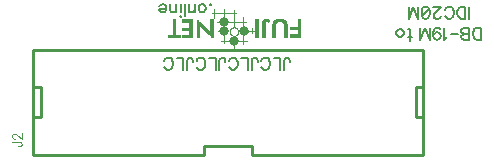
<source format=gbr>
G04 DipTrace 3.3.1.3*
G04 TopSilk.gbr*
%MOIN*%
G04 #@! TF.FileFunction,Legend,Top*
G04 #@! TF.Part,Single*
%ADD10C,0.009843*%
%ADD12C,0.003*%
%ADD18C,0.003937*%
%ADD19O,0.032613X0.032485*%
%ADD20C,0.032568*%
%ADD35C,0.004632*%
%ADD36C,0.006176*%
%FSLAX26Y26*%
G04*
G70*
G90*
G75*
G01*
G04 TopSilk*
%LPD*%
X1943719Y543651D2*
D10*
X1919019D1*
Y643751D2*
Y543651D1*
X1943719Y643751D2*
X1919019D1*
X668419Y543651D2*
X643719D1*
X668419Y643751D2*
Y543651D1*
Y643751D2*
X643719D1*
Y768701D2*
Y418701D1*
X1943719Y768701D2*
Y418701D1*
Y768701D2*
X643719D1*
X1374319Y448801D2*
Y418701D1*
Y448801D2*
X1213119D1*
Y418701D1*
X1943719D2*
X1374319D1*
X1213119D2*
X643719D1*
X1281309Y829403D2*
D18*
X1260020Y829542D1*
X1357723Y797168D2*
X1271434D1*
X1344315Y789296D2*
Y876620D1*
X1312971Y767205D2*
Y807534D1*
X1281082Y789449D2*
Y905792D1*
X1318859Y892183D2*
X1238459D1*
X1312835Y844828D2*
X1312971Y900138D1*
X1248243Y874970D2*
Y905792D1*
X1257710Y861098D2*
X1353012D1*
X1379283Y829375D2*
X1344542Y829251D1*
D19*
X1344995Y829389D3*
D20*
X1281196Y829500D3*
X1313038Y797043D3*
X1281286Y861791D3*
X1299291Y829202D2*
D18*
X1299325Y830187D1*
X1299426Y831167D1*
X1299594Y832137D1*
X1299828Y833093D1*
X1300127Y834030D1*
X1300490Y834943D1*
X1300914Y835829D1*
X1301397Y836682D1*
X1301938Y837499D1*
X1302534Y838275D1*
X1303181Y839007D1*
X1303877Y839692D1*
X1304618Y840325D1*
X1305401Y840904D1*
X1306221Y841426D1*
X1307076Y841889D1*
X1307960Y842289D1*
X1308869Y842626D1*
X1309799Y842898D1*
X1310745Y843103D1*
X1311703Y843240D1*
X1312668Y843309D1*
X1313635D1*
X1314601Y843240D1*
X1315559Y843103D1*
X1316505Y842898D1*
X1317435Y842626D1*
X1318344Y842289D1*
X1319228Y841889D1*
X1320082Y841426D1*
X1320902Y840904D1*
X1321685Y840325D1*
X1322426Y839692D1*
X1323122Y839007D1*
X1323769Y838275D1*
X1324365Y837499D1*
X1324906Y836682D1*
X1325390Y835829D1*
X1325814Y834943D1*
X1326176Y834030D1*
X1326475Y833093D1*
X1326709Y832137D1*
X1326877Y831167D1*
X1326978Y830187D1*
X1327012Y829202D1*
X1326978Y828217D1*
X1326877Y827238D1*
X1326709Y826267D1*
X1326475Y825311D1*
X1326176Y824374D1*
X1325814Y823461D1*
X1325390Y822575D1*
X1324906Y821722D1*
X1324365Y820905D1*
X1323769Y820129D1*
X1323122Y819397D1*
X1322426Y818713D1*
X1321685Y818079D1*
X1320902Y817500D1*
X1320082Y816978D1*
X1319228Y816516D1*
X1318344Y816115D1*
X1317435Y815778D1*
X1316505Y815506D1*
X1315559Y815301D1*
X1314601Y815164D1*
X1313635Y815096D1*
X1312668D1*
X1311703Y815164D1*
X1310745Y815301D1*
X1309799Y815506D1*
X1308869Y815778D1*
X1307960Y816115D1*
X1307076Y816516D1*
X1306221Y816978D1*
X1305401Y817500D1*
X1304618Y818079D1*
X1303877Y818713D1*
X1303181Y819397D1*
X1302534Y820129D1*
X1301938Y820905D1*
X1301397Y821722D1*
X1300914Y822575D1*
X1300490Y823461D1*
X1300127Y824374D1*
X1299828Y825311D1*
X1299594Y826267D1*
X1299426Y827238D1*
X1299325Y828217D1*
X1299291Y829202D1*
X1374482Y823028D2*
Y839977D1*
X1109099Y869410D2*
D12*
X1118099D1*
X1140599D2*
X1173599D1*
X1233599D2*
X1242599D1*
X1109099Y867910D2*
X1118099D1*
X1140599D2*
X1173599D1*
X1188599D2*
X1190099D1*
X1233599D2*
X1242599D1*
X1109099Y866410D2*
X1118099D1*
X1140599D2*
X1173599D1*
X1188599D2*
X1191605D1*
X1233599D2*
X1242599D1*
X1109099Y864910D2*
X1118099D1*
X1140599D2*
X1173599D1*
X1188599D2*
X1193158D1*
X1233599D2*
X1242599D1*
X1109099Y863410D2*
X1118099D1*
X1140599D2*
X1173599D1*
X1188599D2*
X1194849D1*
X1233599D2*
X1242599D1*
X1109099Y861910D2*
X1118099D1*
X1140599D2*
X1173599D1*
X1188599D2*
X1196708D1*
X1233599D2*
X1242599D1*
X1109099Y860410D2*
X1118099D1*
X1164599D2*
X1173599D1*
X1188599D2*
X1198593D1*
X1233599D2*
X1242599D1*
X1109099Y858910D2*
X1118099D1*
X1164599D2*
X1173599D1*
X1188599D2*
X1200354D1*
X1233599D2*
X1242599D1*
X1109099Y857410D2*
X1118099D1*
X1164599D2*
X1173599D1*
X1188599D2*
X1201993D1*
X1233599D2*
X1242599D1*
X1109099Y855910D2*
X1118099D1*
X1164599D2*
X1173599D1*
X1188599D2*
X1203557D1*
X1233599D2*
X1242599D1*
X1109099Y854410D2*
X1118099D1*
X1164599D2*
X1173599D1*
X1188599D2*
X1205083D1*
X1233599D2*
X1242599D1*
X1109099Y852910D2*
X1118099D1*
X1164599D2*
X1173599D1*
X1188599D2*
X1206593D1*
X1233599D2*
X1242599D1*
X1109099Y851410D2*
X1118099D1*
X1164599D2*
X1173599D1*
X1188599D2*
X1208103D1*
X1233599D2*
X1242599D1*
X1109099Y849910D2*
X1118099D1*
X1164599D2*
X1173599D1*
X1188599D2*
X1209657D1*
X1233599D2*
X1242599D1*
X1109099Y848410D2*
X1118099D1*
X1164599D2*
X1173599D1*
X1188599D2*
X1196099D1*
X1200599D2*
X1211349D1*
X1233599D2*
X1242599D1*
X1109099Y846910D2*
X1118099D1*
X1164599D2*
X1173599D1*
X1188599D2*
X1196099D1*
X1202099D2*
X1213208D1*
X1233599D2*
X1242599D1*
X1109099Y845410D2*
X1118099D1*
X1164599D2*
X1173599D1*
X1188599D2*
X1196099D1*
X1203599D2*
X1215093D1*
X1233599D2*
X1242599D1*
X1109099Y843910D2*
X1118099D1*
X1164599D2*
X1173599D1*
X1188599D2*
X1196099D1*
X1205099D2*
X1216854D1*
X1233599D2*
X1242599D1*
X1109099Y842410D2*
X1118099D1*
X1164599D2*
X1173599D1*
X1188599D2*
X1196099D1*
X1206599D2*
X1218493D1*
X1233599D2*
X1242599D1*
X1109099Y840910D2*
X1118099D1*
X1140599D2*
X1173599D1*
X1188599D2*
X1196099D1*
X1208099D2*
X1220057D1*
X1233599D2*
X1242599D1*
X1109099Y839410D2*
X1118099D1*
X1140599D2*
X1173599D1*
X1188599D2*
X1196099D1*
X1209599D2*
X1221583D1*
X1233599D2*
X1242599D1*
X1109099Y837910D2*
X1118099D1*
X1140599D2*
X1173599D1*
X1188599D2*
X1196099D1*
X1211099D2*
X1223093D1*
X1233599D2*
X1242599D1*
X1109099Y836410D2*
X1118099D1*
X1140599D2*
X1173599D1*
X1188599D2*
X1196099D1*
X1212599D2*
X1224597D1*
X1233599D2*
X1242599D1*
X1109099Y834910D2*
X1118099D1*
X1140599D2*
X1173599D1*
X1188599D2*
X1196099D1*
X1214099D2*
X1226104D1*
X1233593D2*
X1242599D1*
X1109099Y833410D2*
X1118099D1*
X1140599D2*
X1173599D1*
X1188599D2*
X1196099D1*
X1215599D2*
X1227662D1*
X1233536D2*
X1242599D1*
X1109099Y831910D2*
X1118099D1*
X1164599D2*
X1173599D1*
X1188599D2*
X1196099D1*
X1217099D2*
X1229394D1*
X1233304D2*
X1242599D1*
X1109099Y830410D2*
X1118099D1*
X1164599D2*
X1173599D1*
X1188599D2*
X1196099D1*
X1218599D2*
X1231407D1*
X1232791D2*
X1242599D1*
X1109099Y828910D2*
X1118099D1*
X1164599D2*
X1173599D1*
X1188599D2*
X1196099D1*
X1220099D2*
X1242599D1*
X1109099Y827410D2*
X1118099D1*
X1164599D2*
X1173599D1*
X1188599D2*
X1196099D1*
X1221599D2*
X1242599D1*
X1109099Y825910D2*
X1118099D1*
X1164599D2*
X1173599D1*
X1188599D2*
X1196099D1*
X1223105D2*
X1242599D1*
X1109099Y824410D2*
X1118099D1*
X1164599D2*
X1173599D1*
X1188599D2*
X1196099D1*
X1224658D2*
X1242599D1*
X1109099Y822910D2*
X1118099D1*
X1164599D2*
X1173599D1*
X1188599D2*
X1196099D1*
X1226349D2*
X1242599D1*
X1109099Y821410D2*
X1118099D1*
X1164599D2*
X1173599D1*
X1188599D2*
X1196099D1*
X1228208D2*
X1242599D1*
X1109099Y819910D2*
X1118099D1*
X1164599D2*
X1173599D1*
X1188599D2*
X1196099D1*
X1230093D2*
X1242599D1*
X1109099Y818410D2*
X1118099D1*
X1164599D2*
X1173599D1*
X1188599D2*
X1196099D1*
X1231854D2*
X1242599D1*
X1094099Y816910D2*
X1134599D1*
X1140599D2*
X1173599D1*
X1188599D2*
X1196099D1*
X1233493D2*
X1242599D1*
X1094099Y815410D2*
X1134599D1*
X1140599D2*
X1173599D1*
X1188599D2*
X1196099D1*
X1235057D2*
X1242599D1*
X1094099Y813910D2*
X1134599D1*
X1140599D2*
X1173599D1*
X1188599D2*
X1196099D1*
X1236583D2*
X1242599D1*
X1094099Y812410D2*
X1134599D1*
X1140599D2*
X1173599D1*
X1188599D2*
X1196099D1*
X1238093D2*
X1242599D1*
X1094099Y810910D2*
X1134599D1*
X1140599D2*
X1173599D1*
X1188599D2*
X1196099D1*
X1239597D2*
X1242599D1*
X1094099Y809410D2*
X1134599D1*
X1140599D2*
X1173599D1*
X1188599D2*
X1196099D1*
X1241099D2*
X1242599D1*
X1384429Y872071D2*
X1393429D1*
X1414429D2*
X1424929D1*
X1456429D2*
X1472929D1*
X1525429D2*
X1534429D1*
X1384429Y870571D2*
X1393429D1*
X1412293D2*
X1427565D1*
X1453031D2*
X1476326D1*
X1525429D2*
X1534429D1*
X1384429Y869071D2*
X1393429D1*
X1410561D2*
X1429731D1*
X1450229D2*
X1479134D1*
X1525429D2*
X1534429D1*
X1384429Y867571D2*
X1393429D1*
X1409261D2*
X1431520D1*
X1448061D2*
X1481349D1*
X1525429D2*
X1534429D1*
X1384429Y866071D2*
X1393429D1*
X1408299D2*
X1431315D1*
X1446418D2*
X1483136D1*
X1525429D2*
X1534429D1*
X1384429Y864571D2*
X1393429D1*
X1407630D2*
X1430389D1*
X1445185D2*
X1484584D1*
X1525429D2*
X1534429D1*
X1384429Y863071D2*
X1393429D1*
X1407248D2*
X1417723D1*
X1424929D2*
X1429216D1*
X1444210D2*
X1460018D1*
X1471134D2*
X1485723D1*
X1525429D2*
X1534429D1*
X1384429Y861571D2*
X1393429D1*
X1407061D2*
X1416846D1*
X1426429D2*
X1427929D1*
X1443369D2*
X1456770D1*
X1473505D2*
X1486610D1*
X1525429D2*
X1534429D1*
X1384429Y860071D2*
X1393429D1*
X1406980D2*
X1416344D1*
X1442635D2*
X1454323D1*
X1475455D2*
X1487252D1*
X1525429D2*
X1534429D1*
X1384429Y858571D2*
X1393429D1*
X1406948D2*
X1416100D1*
X1442060D2*
X1452580D1*
X1477001D2*
X1487675D1*
X1525429D2*
X1534429D1*
X1384429Y857071D2*
X1393429D1*
X1406935D2*
X1415995D1*
X1441666D2*
X1451426D1*
X1478189D2*
X1488048D1*
X1525429D2*
X1534429D1*
X1384429Y855571D2*
X1393429D1*
X1406931D2*
X1415953D1*
X1441303D2*
X1450644D1*
X1479097D2*
X1488487D1*
X1525429D2*
X1534429D1*
X1384429Y854071D2*
X1393429D1*
X1406929D2*
X1415937D1*
X1440868D2*
X1450009D1*
X1479742D2*
X1488904D1*
X1525429D2*
X1534429D1*
X1384429Y852571D2*
X1393429D1*
X1406929D2*
X1415932D1*
X1440453D2*
X1449507D1*
X1480115D2*
X1489177D1*
X1525429D2*
X1534429D1*
X1384429Y851071D2*
X1393429D1*
X1406929D2*
X1415930D1*
X1440180D2*
X1449200D1*
X1480298D2*
X1489321D1*
X1525429D2*
X1534429D1*
X1384429Y849571D2*
X1393429D1*
X1406929D2*
X1415929D1*
X1440037D2*
X1449043D1*
X1480378D2*
X1489386D1*
X1525429D2*
X1534429D1*
X1384429Y848071D2*
X1393429D1*
X1406929D2*
X1415929D1*
X1439971D2*
X1448974D1*
X1480410D2*
X1489413D1*
X1525429D2*
X1534429D1*
X1384429Y846571D2*
X1393429D1*
X1406929D2*
X1415929D1*
X1439945D2*
X1448945D1*
X1480422D2*
X1489423D1*
X1525429D2*
X1534429D1*
X1384429Y845071D2*
X1393429D1*
X1406929D2*
X1415929D1*
X1439934D2*
X1448935D1*
X1480426D2*
X1489427D1*
X1525429D2*
X1534429D1*
X1384429Y843571D2*
X1393429D1*
X1406929D2*
X1415929D1*
X1439931D2*
X1448931D1*
X1480428D2*
X1489428D1*
X1501429D2*
X1534429D1*
X1384429Y842071D2*
X1393429D1*
X1406929D2*
X1415929D1*
X1439929D2*
X1448929D1*
X1480428D2*
X1489428D1*
X1501429D2*
X1534429D1*
X1384429Y840571D2*
X1393429D1*
X1406929D2*
X1415929D1*
X1439929D2*
X1448929D1*
X1480429D2*
X1489429D1*
X1501429D2*
X1534429D1*
X1384429Y839071D2*
X1393429D1*
X1406929D2*
X1415929D1*
X1439929D2*
X1448929D1*
X1480429D2*
X1489429D1*
X1501429D2*
X1534429D1*
X1384429Y837571D2*
X1393429D1*
X1406929D2*
X1415929D1*
X1439929D2*
X1448929D1*
X1480429D2*
X1489429D1*
X1501429D2*
X1534429D1*
X1384429Y836071D2*
X1393429D1*
X1406929D2*
X1415929D1*
X1439929D2*
X1448929D1*
X1480429D2*
X1489429D1*
X1501429D2*
X1534429D1*
X1384429Y834571D2*
X1393429D1*
X1406929D2*
X1415929D1*
X1439929D2*
X1448929D1*
X1480429D2*
X1489429D1*
X1525429D2*
X1534429D1*
X1384429Y833071D2*
X1393429D1*
X1406929D2*
X1415929D1*
X1439929D2*
X1448929D1*
X1480429D2*
X1489429D1*
X1525429D2*
X1534429D1*
X1384429Y831571D2*
X1393429D1*
X1406929D2*
X1415929D1*
X1439929D2*
X1448929D1*
X1480429D2*
X1489429D1*
X1525429D2*
X1534429D1*
X1384429Y830071D2*
X1393429D1*
X1406929D2*
X1415929D1*
X1439929D2*
X1448929D1*
X1480429D2*
X1489429D1*
X1525429D2*
X1534429D1*
X1384429Y828571D2*
X1393429D1*
X1406929D2*
X1415929D1*
X1439929D2*
X1448929D1*
X1480429D2*
X1489429D1*
X1525429D2*
X1534429D1*
X1384429Y827071D2*
X1393429D1*
X1406929D2*
X1415929D1*
X1439929D2*
X1448929D1*
X1480429D2*
X1489429D1*
X1525429D2*
X1534429D1*
X1384429Y825571D2*
X1393429D1*
X1406929D2*
X1415929D1*
X1439929D2*
X1448929D1*
X1480429D2*
X1489429D1*
X1525429D2*
X1534429D1*
X1384429Y824071D2*
X1393429D1*
X1406929D2*
X1415929D1*
X1439929D2*
X1448929D1*
X1480429D2*
X1489429D1*
X1525429D2*
X1534429D1*
X1384429Y822571D2*
X1393429D1*
X1406929D2*
X1415929D1*
X1439929D2*
X1448929D1*
X1480429D2*
X1489429D1*
X1525429D2*
X1534429D1*
X1384429Y821071D2*
X1393429D1*
X1406929D2*
X1415929D1*
X1439929D2*
X1448929D1*
X1480429D2*
X1489429D1*
X1525429D2*
X1534429D1*
X1384429Y819571D2*
X1393429D1*
X1406929D2*
X1415929D1*
X1439929D2*
X1448929D1*
X1480429D2*
X1489429D1*
X1501429D2*
X1534429D1*
X1384429Y818071D2*
X1393429D1*
X1406929D2*
X1415929D1*
X1439929D2*
X1448929D1*
X1480429D2*
X1489429D1*
X1501429D2*
X1534429D1*
X1384429Y816571D2*
X1393429D1*
X1406929D2*
X1415929D1*
X1439929D2*
X1448929D1*
X1480429D2*
X1489429D1*
X1501429D2*
X1534429D1*
X1384429Y815071D2*
X1393429D1*
X1406929D2*
X1415929D1*
X1439929D2*
X1448929D1*
X1480429D2*
X1489429D1*
X1501429D2*
X1534429D1*
X1384429Y813571D2*
X1393429D1*
X1406929D2*
X1415929D1*
X1439929D2*
X1448929D1*
X1480429D2*
X1489429D1*
X1501429D2*
X1534429D1*
X1384429Y812071D2*
X1393429D1*
X1406929D2*
X1415929D1*
X1439929D2*
X1448929D1*
X1480429D2*
X1489429D1*
X1501429D2*
X1534429D1*
X1109099Y869410D2*
Y867910D1*
Y866410D1*
Y864910D1*
Y863410D1*
Y861910D1*
Y860410D1*
Y858910D1*
Y857410D1*
Y855910D1*
Y854410D1*
Y852910D1*
Y851410D1*
Y849910D1*
Y848410D1*
Y846910D1*
Y845410D1*
Y843910D1*
Y842410D1*
Y840910D1*
Y839410D1*
Y837910D1*
Y836410D1*
Y834910D1*
Y833410D1*
Y831910D1*
Y830410D1*
Y828910D1*
Y827410D1*
Y825910D1*
Y824410D1*
Y822910D1*
Y821410D1*
Y819910D1*
Y818410D1*
Y816910D1*
X1094099D1*
Y815410D1*
Y813910D1*
Y812410D1*
Y810910D1*
Y809410D1*
X1118099Y869410D2*
Y867910D1*
Y866410D1*
Y864910D1*
Y863410D1*
Y861910D1*
Y860410D1*
Y858910D1*
Y857410D1*
Y855910D1*
Y854410D1*
Y852910D1*
Y851410D1*
Y849910D1*
Y848410D1*
Y846910D1*
Y845410D1*
Y843910D1*
Y842410D1*
Y840910D1*
Y839410D1*
Y837910D1*
Y836410D1*
Y834910D1*
Y833410D1*
Y831910D1*
Y830410D1*
Y828910D1*
Y827410D1*
Y825910D1*
Y824410D1*
Y822910D1*
Y821410D1*
Y819910D1*
Y818410D1*
Y816910D1*
X1134599D1*
Y815410D1*
Y813910D1*
Y812410D1*
Y810910D1*
Y809410D1*
X1140599Y869410D2*
Y867910D1*
Y866410D1*
Y864910D1*
Y863410D1*
Y861910D1*
X1173599Y869410D2*
Y867910D1*
Y866410D1*
Y864910D1*
Y863410D1*
Y861910D1*
Y860410D1*
Y858910D1*
Y857410D1*
Y855910D1*
Y854410D1*
Y852910D1*
Y851410D1*
Y849910D1*
Y848410D1*
Y846910D1*
Y845410D1*
Y843910D1*
Y842410D1*
Y840910D1*
Y839410D1*
Y837910D1*
Y836410D1*
Y834910D1*
Y833410D1*
Y831910D1*
Y830410D1*
Y828910D1*
Y827410D1*
Y825910D1*
Y824410D1*
Y822910D1*
Y821410D1*
Y819910D1*
Y818410D1*
Y816910D1*
Y815410D1*
Y813910D1*
Y812410D1*
Y810910D1*
Y809410D1*
X1233599Y869410D2*
Y867910D1*
Y866410D1*
Y864910D1*
Y863410D1*
Y861910D1*
Y860410D1*
Y858910D1*
Y857410D1*
Y855910D1*
Y854410D1*
Y852910D1*
Y851410D1*
Y849910D1*
Y848410D1*
Y846910D1*
Y845410D1*
Y843910D1*
Y842410D1*
Y840910D1*
Y839410D1*
Y837910D1*
Y836410D1*
X1233593Y834910D1*
X1233536Y833410D1*
X1233304Y831910D1*
X1232791Y830410D1*
X1232099Y828910D1*
X1242599Y869410D2*
Y867910D1*
Y866410D1*
Y864910D1*
Y863410D1*
Y861910D1*
Y860410D1*
Y858910D1*
Y857410D1*
Y855910D1*
Y854410D1*
Y852910D1*
Y851410D1*
Y849910D1*
Y848410D1*
Y846910D1*
Y845410D1*
Y843910D1*
Y842410D1*
Y840910D1*
Y839410D1*
Y837910D1*
Y836410D1*
Y834910D1*
Y833410D1*
Y831910D1*
Y830410D1*
Y828910D1*
Y827410D1*
Y825910D1*
Y824410D1*
Y822910D1*
Y821410D1*
Y819910D1*
Y818410D1*
Y816910D1*
Y815410D1*
Y813910D1*
Y812410D1*
Y810910D1*
Y809410D1*
X1188599Y867910D2*
Y866410D1*
Y864910D1*
Y863410D1*
Y861910D1*
Y860410D1*
Y858910D1*
Y857410D1*
Y855910D1*
Y854410D1*
Y852910D1*
Y851410D1*
Y849910D1*
Y848410D1*
Y846910D1*
Y845410D1*
Y843910D1*
Y842410D1*
Y840910D1*
Y839410D1*
Y837910D1*
Y836410D1*
Y834910D1*
Y833410D1*
Y831910D1*
Y830410D1*
Y828910D1*
Y827410D1*
Y825910D1*
Y824410D1*
Y822910D1*
Y821410D1*
Y819910D1*
Y818410D1*
Y816910D1*
Y815410D1*
Y813910D1*
Y812410D1*
Y810910D1*
Y809410D1*
X1190099Y867910D2*
X1191605Y866410D1*
X1193158Y864910D1*
X1194849Y863410D1*
X1196708Y861910D1*
X1198593Y860410D1*
X1200354Y858910D1*
X1201993Y857410D1*
X1203557Y855910D1*
X1205083Y854410D1*
X1206593Y852910D1*
X1208103Y851410D1*
X1209657Y849910D1*
X1211349Y848410D1*
X1213208Y846910D1*
X1215093Y845410D1*
X1216854Y843910D1*
X1218493Y842410D1*
X1220057Y840910D1*
X1221583Y839410D1*
X1223093Y837910D1*
X1224597Y836410D1*
X1226104Y834910D1*
X1227662Y833410D1*
X1229394Y831910D1*
X1231407Y830410D1*
X1233599Y828910D1*
X1164599Y861910D2*
Y860410D1*
Y858910D1*
Y857410D1*
Y855910D1*
Y854410D1*
Y852910D1*
Y851410D1*
Y849910D1*
Y848410D1*
Y846910D1*
Y845410D1*
Y843910D1*
Y842410D1*
Y840910D1*
X1196099Y849910D2*
Y848410D1*
Y846910D1*
Y845410D1*
Y843910D1*
Y842410D1*
Y840910D1*
Y839410D1*
Y837910D1*
Y836410D1*
Y834910D1*
Y833410D1*
Y831910D1*
Y830410D1*
Y828910D1*
Y827410D1*
Y825910D1*
Y824410D1*
Y822910D1*
Y821410D1*
Y819910D1*
Y818410D1*
Y816910D1*
Y815410D1*
Y813910D1*
Y812410D1*
Y810910D1*
Y809410D1*
X1199099Y849910D2*
X1200599Y848410D1*
X1202099Y846910D1*
X1203599Y845410D1*
X1205099Y843910D1*
X1206599Y842410D1*
X1208099Y840910D1*
X1209599Y839410D1*
X1211099Y837910D1*
X1212599Y836410D1*
X1214099Y834910D1*
X1215599Y833410D1*
X1217099Y831910D1*
X1218599Y830410D1*
X1220099Y828910D1*
X1221599Y827410D1*
X1223105Y825910D1*
X1224658Y824410D1*
X1226349Y822910D1*
X1228208Y821410D1*
X1230093Y819910D1*
X1231854Y818410D1*
X1233493Y816910D1*
X1235057Y815410D1*
X1236583Y813910D1*
X1238093Y812410D1*
X1239597Y810910D1*
X1241099Y809410D1*
X1140599Y840910D2*
Y839410D1*
Y837910D1*
Y836410D1*
Y834910D1*
Y833410D1*
X1164599D2*
Y831910D1*
Y830410D1*
Y828910D1*
Y827410D1*
Y825910D1*
Y824410D1*
Y822910D1*
Y821410D1*
Y819910D1*
Y818410D1*
Y816910D1*
X1140599D2*
Y815410D1*
Y813910D1*
Y812410D1*
Y810910D1*
Y809410D1*
X1384429Y872071D2*
Y870571D1*
Y869071D1*
Y867571D1*
Y866071D1*
Y864571D1*
Y863071D1*
Y861571D1*
Y860071D1*
Y858571D1*
Y857071D1*
Y855571D1*
Y854071D1*
Y852571D1*
Y851071D1*
Y849571D1*
Y848071D1*
Y846571D1*
Y845071D1*
Y843571D1*
Y842071D1*
Y840571D1*
Y839071D1*
Y837571D1*
Y836071D1*
Y834571D1*
Y833071D1*
Y831571D1*
Y830071D1*
Y828571D1*
Y827071D1*
Y825571D1*
Y824071D1*
Y822571D1*
Y821071D1*
Y819571D1*
Y818071D1*
Y816571D1*
Y815071D1*
Y813571D1*
Y812071D1*
X1393429Y872071D2*
Y870571D1*
Y869071D1*
Y867571D1*
Y866071D1*
Y864571D1*
Y863071D1*
Y861571D1*
Y860071D1*
Y858571D1*
Y857071D1*
Y855571D1*
Y854071D1*
Y852571D1*
Y851071D1*
Y849571D1*
Y848071D1*
Y846571D1*
Y845071D1*
Y843571D1*
Y842071D1*
Y840571D1*
Y839071D1*
Y837571D1*
Y836071D1*
Y834571D1*
Y833071D1*
Y831571D1*
Y830071D1*
Y828571D1*
Y827071D1*
Y825571D1*
Y824071D1*
Y822571D1*
Y821071D1*
Y819571D1*
Y818071D1*
Y816571D1*
Y815071D1*
Y813571D1*
Y812071D1*
X1414429Y872071D2*
X1412293Y870571D1*
X1410561Y869071D1*
X1409261Y867571D1*
X1408299Y866071D1*
X1407630Y864571D1*
X1407248Y863071D1*
X1407061Y861571D1*
X1406980Y860071D1*
X1406948Y858571D1*
X1406935Y857071D1*
X1406931Y855571D1*
X1406929Y854071D1*
Y852571D1*
Y851071D1*
Y849571D1*
Y848071D1*
Y846571D1*
Y845071D1*
Y843571D1*
Y842071D1*
Y840571D1*
Y839071D1*
Y837571D1*
Y836071D1*
Y834571D1*
Y833071D1*
Y831571D1*
Y830071D1*
Y828571D1*
Y827071D1*
Y825571D1*
Y824071D1*
Y822571D1*
Y821071D1*
Y819571D1*
Y818071D1*
Y816571D1*
Y815071D1*
Y813571D1*
Y812071D1*
X1424929Y872071D2*
X1427565Y870571D1*
X1429731Y869071D1*
X1431520Y867571D1*
X1431315Y866071D1*
X1430389Y864571D1*
X1429216Y863071D1*
X1427929Y861571D1*
X1456429Y872071D2*
X1453031Y870571D1*
X1450229Y869071D1*
X1448061Y867571D1*
X1446418Y866071D1*
X1445185Y864571D1*
X1444210Y863071D1*
X1443369Y861571D1*
X1442635Y860071D1*
X1442060Y858571D1*
X1441666Y857071D1*
X1441303Y855571D1*
X1440868Y854071D1*
X1440453Y852571D1*
X1440180Y851071D1*
X1440037Y849571D1*
X1439971Y848071D1*
X1439945Y846571D1*
X1439934Y845071D1*
X1439931Y843571D1*
X1439929Y842071D1*
Y840571D1*
Y839071D1*
Y837571D1*
Y836071D1*
Y834571D1*
Y833071D1*
Y831571D1*
Y830071D1*
Y828571D1*
Y827071D1*
Y825571D1*
Y824071D1*
Y822571D1*
Y821071D1*
Y819571D1*
Y818071D1*
Y816571D1*
Y815071D1*
Y813571D1*
Y812071D1*
X1472929Y872071D2*
X1476326Y870571D1*
X1479134Y869071D1*
X1481349Y867571D1*
X1483136Y866071D1*
X1484584Y864571D1*
X1485723Y863071D1*
X1486610Y861571D1*
X1487252Y860071D1*
X1487675Y858571D1*
X1488048Y857071D1*
X1488487Y855571D1*
X1488904Y854071D1*
X1489177Y852571D1*
X1489321Y851071D1*
X1489386Y849571D1*
X1489413Y848071D1*
X1489423Y846571D1*
X1489427Y845071D1*
X1489428Y843571D1*
Y842071D1*
X1489429Y840571D1*
Y839071D1*
Y837571D1*
Y836071D1*
Y834571D1*
Y833071D1*
Y831571D1*
Y830071D1*
Y828571D1*
Y827071D1*
Y825571D1*
Y824071D1*
Y822571D1*
Y821071D1*
Y819571D1*
Y818071D1*
Y816571D1*
Y815071D1*
Y813571D1*
Y812071D1*
X1525429Y872071D2*
Y870571D1*
Y869071D1*
Y867571D1*
Y866071D1*
Y864571D1*
Y863071D1*
Y861571D1*
Y860071D1*
Y858571D1*
Y857071D1*
Y855571D1*
Y854071D1*
Y852571D1*
Y851071D1*
Y849571D1*
Y848071D1*
Y846571D1*
Y845071D1*
Y843571D1*
X1534429Y872071D2*
Y870571D1*
Y869071D1*
Y867571D1*
Y866071D1*
Y864571D1*
Y863071D1*
Y861571D1*
Y860071D1*
Y858571D1*
Y857071D1*
Y855571D1*
Y854071D1*
Y852571D1*
Y851071D1*
Y849571D1*
Y848071D1*
Y846571D1*
Y845071D1*
Y843571D1*
Y842071D1*
Y840571D1*
Y839071D1*
Y837571D1*
Y836071D1*
Y834571D1*
Y833071D1*
Y831571D1*
Y830071D1*
Y828571D1*
Y827071D1*
Y825571D1*
Y824071D1*
Y822571D1*
Y821071D1*
Y819571D1*
Y818071D1*
Y816571D1*
Y815071D1*
Y813571D1*
Y812071D1*
X1418929Y864571D2*
X1417723Y863071D1*
X1416846Y861571D1*
X1416344Y860071D1*
X1416100Y858571D1*
X1415995Y857071D1*
X1415953Y855571D1*
X1415937Y854071D1*
X1415932Y852571D1*
X1415930Y851071D1*
X1415929Y849571D1*
Y848071D1*
Y846571D1*
Y845071D1*
Y843571D1*
Y842071D1*
Y840571D1*
Y839071D1*
Y837571D1*
Y836071D1*
Y834571D1*
Y833071D1*
Y831571D1*
Y830071D1*
Y828571D1*
Y827071D1*
Y825571D1*
Y824071D1*
Y822571D1*
Y821071D1*
Y819571D1*
Y818071D1*
Y816571D1*
Y815071D1*
Y813571D1*
Y812071D1*
X1423429Y864571D2*
X1424929Y863071D1*
X1426429Y861571D1*
X1463929Y864571D2*
X1460018Y863071D1*
X1456770Y861571D1*
X1454323Y860071D1*
X1452580Y858571D1*
X1451426Y857071D1*
X1450644Y855571D1*
X1450009Y854071D1*
X1449507Y852571D1*
X1449200Y851071D1*
X1449043Y849571D1*
X1448974Y848071D1*
X1448945Y846571D1*
X1448935Y845071D1*
X1448931Y843571D1*
X1448929Y842071D1*
Y840571D1*
Y839071D1*
Y837571D1*
Y836071D1*
Y834571D1*
Y833071D1*
Y831571D1*
Y830071D1*
Y828571D1*
Y827071D1*
Y825571D1*
Y824071D1*
Y822571D1*
Y821071D1*
Y819571D1*
Y818071D1*
Y816571D1*
Y815071D1*
Y813571D1*
Y812071D1*
X1468429Y864571D2*
X1471134Y863071D1*
X1473505Y861571D1*
X1475455Y860071D1*
X1477001Y858571D1*
X1478189Y857071D1*
X1479097Y855571D1*
X1479742Y854071D1*
X1480115Y852571D1*
X1480298Y851071D1*
X1480378Y849571D1*
X1480410Y848071D1*
X1480422Y846571D1*
X1480426Y845071D1*
X1480428Y843571D1*
Y842071D1*
X1480429Y840571D1*
Y839071D1*
Y837571D1*
Y836071D1*
Y834571D1*
Y833071D1*
Y831571D1*
Y830071D1*
Y828571D1*
Y827071D1*
Y825571D1*
Y824071D1*
Y822571D1*
Y821071D1*
Y819571D1*
Y818071D1*
Y816571D1*
Y815071D1*
Y813571D1*
Y812071D1*
X1501429Y843571D2*
Y842071D1*
Y840571D1*
Y839071D1*
Y837571D1*
Y836071D1*
X1525429D2*
Y834571D1*
Y833071D1*
Y831571D1*
Y830071D1*
Y828571D1*
Y827071D1*
Y825571D1*
Y824071D1*
Y822571D1*
Y821071D1*
Y819571D1*
X1501429D2*
Y818071D1*
Y816571D1*
Y815071D1*
Y813571D1*
Y812071D1*
X574786Y461201D2*
D35*
X597733D1*
X602044Y459775D1*
X603470Y458316D1*
X604930Y455464D1*
Y452579D1*
X603470Y449727D1*
X602044Y448301D1*
X597733Y446842D1*
X594881D1*
X581982Y471923D2*
X580556D1*
X577671Y473349D1*
X576245Y474775D1*
X574819Y477660D1*
Y483397D1*
X576245Y486249D1*
X577671Y487675D1*
X580556Y489134D1*
X583408D1*
X586293Y487675D1*
X590571Y484823D1*
X604930Y470464D1*
Y490560D1*
X1234351Y916882D2*
D36*
X1236252Y918828D1*
X1234351Y920729D1*
X1232405Y918828D1*
X1234351Y916882D1*
X1210503Y893934D2*
X1214306Y895835D1*
X1218153Y899682D1*
X1220054Y905430D1*
Y909233D1*
X1218153Y914981D1*
X1214306Y918783D1*
X1210503Y920729D1*
X1204755D1*
X1200909Y918783D1*
X1197106Y914981D1*
X1195161Y909233D1*
Y905430D1*
X1197106Y899682D1*
X1200909Y895835D1*
X1204755Y893934D1*
X1210503D1*
X1182809D2*
Y920729D1*
Y901583D2*
X1177061Y895835D1*
X1173214Y893934D1*
X1167511D1*
X1163664Y895835D1*
X1161763Y901583D1*
Y920729D1*
X1149411Y880537D2*
Y920729D1*
X1137060Y880537D2*
X1135159Y882438D1*
X1133213Y880537D1*
X1135159Y878591D1*
X1137060Y880537D1*
X1135159Y893934D2*
Y920729D1*
X1120862Y893934D2*
Y920729D1*
Y901583D2*
X1115114Y895835D1*
X1111267Y893934D1*
X1105563D1*
X1101716Y895835D1*
X1099815Y901583D1*
Y920729D1*
X1087464Y905430D2*
X1064516D1*
Y901583D1*
X1066417Y897737D1*
X1068318Y895835D1*
X1072165Y893934D1*
X1077913D1*
X1081716Y895835D1*
X1085562Y899682D1*
X1087464Y905430D1*
Y909233D1*
X1085562Y914981D1*
X1081716Y918783D1*
X1077913Y920729D1*
X1072165D1*
X1068318Y918783D1*
X1064516Y914981D1*
X2137095Y801718D2*
Y841910D1*
X2123697D1*
X2117949Y839964D1*
X2114103Y836162D1*
X2112201Y832315D1*
X2110300Y826611D1*
Y817017D1*
X2112201Y811269D1*
X2114102Y807466D1*
X2117949Y803619D1*
X2123697Y801718D1*
X2137095D1*
X2097949D2*
Y841910D1*
X2080705D1*
X2074957Y839964D1*
X2073055Y838063D1*
X2071154Y834261D1*
Y828513D1*
X2073055Y824666D1*
X2074956Y822765D1*
X2080705Y820863D1*
X2074956Y818918D1*
X2073055Y817017D1*
X2071154Y813214D1*
Y809367D1*
X2073055Y805565D1*
X2074956Y803619D1*
X2080704Y801718D1*
X2097949D1*
Y820863D2*
X2080705D1*
X2058803Y821836D2*
X2036695D1*
X2024343Y809411D2*
X2020497Y807466D1*
X2014749Y801762D1*
Y841910D1*
X1977504Y815115D2*
X1979449Y820863D1*
X1983252Y824710D1*
X1989000Y826611D1*
X1990901D1*
X1996649Y824710D1*
X2000452Y820863D1*
X2002397Y815115D1*
Y813214D1*
X2000452Y807466D1*
X1996649Y803663D1*
X1990901Y801762D1*
X1989000D1*
X1983252Y803663D1*
X1979449Y807466D1*
X1977504Y815115D1*
Y824710D1*
X1979449Y834261D1*
X1983252Y840009D1*
X1989000Y841910D1*
X1992802D1*
X1998550Y840009D1*
X2000452Y836162D1*
X1934555Y841910D2*
Y801718D1*
X1949854Y841910D1*
X1965152Y801718D1*
Y841910D1*
X2096963Y871816D2*
Y912008D1*
X2084612Y871816D2*
Y912008D1*
X2071215D1*
X2065467Y910063D1*
X2061620Y906260D1*
X2059719Y902414D1*
X2057817Y896710D1*
Y887115D1*
X2059719Y881367D1*
X2061620Y877564D1*
X2065467Y873718D1*
X2071215Y871816D1*
X2084612D1*
X2016770Y881367D2*
X2018671Y877564D1*
X2022518Y873718D1*
X2026321Y871816D1*
X2033970D1*
X2037817Y873718D1*
X2041619Y877564D1*
X2043565Y881367D1*
X2045466Y887115D1*
Y896710D1*
X2043565Y902414D1*
X2041619Y906260D1*
X2037817Y910063D1*
X2033970Y912008D1*
X2026321D1*
X2022518Y910063D1*
X2018671Y906260D1*
X2016770Y902414D1*
X2002473Y881411D2*
Y879510D1*
X2000572Y875663D1*
X1998671Y873762D1*
X1994824Y871861D1*
X1987175D1*
X1983372Y873762D1*
X1981471Y875663D1*
X1979525Y879510D1*
Y883312D1*
X1981471Y887159D1*
X1985273Y892863D1*
X2004419Y912008D1*
X1977624D1*
X1953777Y871861D2*
X1959525Y873762D1*
X1963371Y879510D1*
X1965273Y889060D1*
Y894808D1*
X1963371Y904359D1*
X1959525Y910107D1*
X1953777Y912008D1*
X1949974D1*
X1944226Y910107D1*
X1940423Y904359D1*
X1938478Y894808D1*
Y889060D1*
X1940423Y879510D1*
X1944226Y873762D1*
X1949974Y871861D1*
X1953777D1*
X1940423Y879510D2*
X1963371Y904359D1*
X1895529Y912008D2*
Y871816D1*
X1910828Y912008D1*
X1926127Y871816D1*
Y912008D1*
X1901333Y797419D2*
Y829961D1*
X1899432Y835665D1*
X1895585Y837611D1*
X1891783D1*
X1907081Y810816D2*
X1893684D1*
X1869881D2*
X1873683Y812717D1*
X1877530Y816564D1*
X1879432Y822312D1*
Y826115D1*
X1877530Y831863D1*
X1873684Y835665D1*
X1869881Y837611D1*
X1864133D1*
X1860286Y835665D1*
X1856484Y831863D1*
X1854538Y826115D1*
Y822312D1*
X1856484Y816564D1*
X1860286Y812717D1*
X1864133Y810816D1*
X1869881D1*
X1480590Y701715D2*
Y732313D1*
X1482491Y738061D1*
X1484436Y739962D1*
X1488239Y741907D1*
X1492086D1*
X1495888Y739962D1*
X1497790Y738061D1*
X1499735Y732312D1*
Y728510D1*
X1468238Y701715D2*
Y741907D1*
X1445290D1*
X1404243Y711266D2*
X1406144Y707463D1*
X1409991Y703617D1*
X1413794Y701715D1*
X1421443D1*
X1425290Y703617D1*
X1429092Y707463D1*
X1431038Y711266D1*
X1432939Y717014D1*
Y726609D1*
X1431038Y732313D1*
X1429092Y736159D1*
X1425290Y739962D1*
X1421443Y741907D1*
X1413794D1*
X1409991Y739962D1*
X1406144Y736159D1*
X1404243Y732312D1*
X1372746Y701715D2*
Y732312D1*
X1374648Y738061D1*
X1376593Y739962D1*
X1380396Y741907D1*
X1384242D1*
X1388045Y739962D1*
X1389946Y738061D1*
X1391892Y732312D1*
Y728510D1*
X1360395Y701715D2*
Y741907D1*
X1337447D1*
X1296400Y711266D2*
X1298301Y707463D1*
X1302148Y703617D1*
X1305950Y701715D1*
X1313600D1*
X1317446Y703617D1*
X1321249Y707463D1*
X1323194Y711266D1*
X1325096Y717014D1*
Y726609D1*
X1323194Y732312D1*
X1321249Y736159D1*
X1317446Y739962D1*
X1313600Y741907D1*
X1305950D1*
X1302148Y739962D1*
X1298301Y736159D1*
X1296400Y732312D1*
X1264903Y701715D2*
Y732312D1*
X1266804Y738061D1*
X1268750Y739962D1*
X1272552Y741907D1*
X1276399D1*
X1280202Y739962D1*
X1282103Y738061D1*
X1284048Y732312D1*
Y728510D1*
X1252552Y701715D2*
Y741907D1*
X1229604D1*
X1188556Y711266D2*
X1190458Y707463D1*
X1194304Y703617D1*
X1198107Y701715D1*
X1205756D1*
X1209603Y703617D1*
X1213405Y707463D1*
X1215351Y711266D1*
X1217252Y717014D1*
Y726609D1*
X1215351Y732312D1*
X1213405Y736159D1*
X1209603Y739962D1*
X1205756Y741907D1*
X1198107D1*
X1194304Y739962D1*
X1190458Y736159D1*
X1188556Y732312D1*
X1157060Y701715D2*
Y732312D1*
X1158961Y738060D1*
X1160906Y739962D1*
X1164709Y741907D1*
X1168556D1*
X1172358Y739962D1*
X1174259Y738060D1*
X1176205Y732312D1*
Y728510D1*
X1144708Y701715D2*
Y741907D1*
X1121760D1*
X1080713Y711266D2*
X1082614Y707463D1*
X1086461Y703617D1*
X1090263Y701715D1*
X1097913D1*
X1101760Y703617D1*
X1105562Y707463D1*
X1107508Y711266D1*
X1109409Y717014D1*
Y726609D1*
X1107508Y732312D1*
X1105562Y736159D1*
X1101760Y739962D1*
X1097913Y741907D1*
X1090263D1*
X1086461Y739962D1*
X1082614Y736159D1*
X1080713Y732312D1*
M02*

</source>
